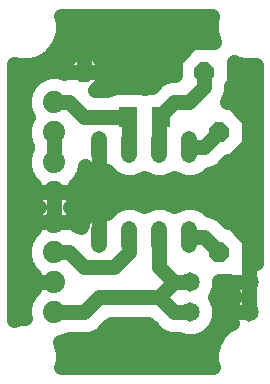
<source format=gbl>
G75*
%MOIN*%
%OFA0B0*%
%FSLAX24Y24*%
%IPPOS*%
%LPD*%
%AMOC8*
5,1,8,0,0,1.08239X$1,22.5*
%
%ADD10C,0.0520*%
%ADD11OC8,0.0660*%
%ADD12C,0.0650*%
%ADD13C,0.0740*%
%ADD14R,0.0630X0.0709*%
%ADD15C,0.0500*%
D10*
X003850Y005090D02*
X003850Y005610D01*
X004850Y005610D02*
X004850Y005090D01*
X005850Y005090D02*
X005850Y005610D01*
X006850Y005610D02*
X006850Y005090D01*
X006850Y008090D02*
X006850Y008610D01*
X005850Y008610D02*
X005850Y008090D01*
X004850Y008090D02*
X004850Y008610D01*
X003850Y008610D02*
X003850Y008090D01*
D11*
X003350Y010850D03*
X007350Y010850D03*
X007850Y008850D03*
X007850Y004850D03*
D12*
X006866Y003850D03*
X006866Y002850D03*
X008834Y002850D03*
X008834Y003850D03*
D13*
X002350Y003850D03*
X002350Y004850D03*
X002350Y005850D03*
X002350Y006850D03*
X002350Y007850D03*
X002350Y008850D03*
X002350Y009850D03*
X002350Y002850D03*
D14*
X004799Y009350D03*
X005901Y009350D03*
D15*
X001000Y011119D02*
X001000Y002581D01*
X001181Y002630D01*
X001353Y002630D01*
X001330Y002716D01*
X001330Y002984D01*
X001400Y003244D01*
X001534Y003476D01*
X001669Y003612D01*
X001667Y003618D01*
X001642Y003709D01*
X001630Y003803D01*
X001630Y003850D01*
X002141Y003850D01*
X001630Y003850D01*
X001630Y003897D01*
X001642Y003991D01*
X001667Y004082D01*
X001669Y004088D01*
X001534Y004224D01*
X001400Y004456D01*
X001330Y004716D01*
X001330Y004984D01*
X001400Y005244D01*
X001534Y005476D01*
X001669Y005612D01*
X001667Y005618D01*
X001642Y005709D01*
X001630Y005803D01*
X001630Y005850D01*
X002141Y005850D01*
X001630Y005850D01*
X001630Y005897D01*
X001642Y005991D01*
X001667Y006082D01*
X001703Y006169D01*
X001750Y006251D01*
X001808Y006326D01*
X001832Y006350D01*
X001808Y006374D01*
X001750Y006449D01*
X001703Y006531D01*
X001667Y006618D01*
X001642Y006709D01*
X001630Y006803D01*
X001630Y006850D01*
X002141Y006850D01*
X002141Y006850D01*
X001630Y006850D01*
X001630Y006897D01*
X001642Y006991D01*
X001667Y007082D01*
X001669Y007088D01*
X001534Y007224D01*
X001400Y007456D01*
X001330Y007716D01*
X001330Y007984D01*
X001400Y008244D01*
X001450Y008331D01*
X001450Y008369D01*
X001400Y008456D01*
X001330Y008716D01*
X001330Y008984D01*
X001400Y009244D01*
X001461Y009350D01*
X001400Y009456D01*
X001330Y009716D01*
X001330Y009984D01*
X001400Y010244D01*
X001534Y010476D01*
X001724Y010666D01*
X001956Y010800D01*
X002216Y010870D01*
X002484Y010870D01*
X002670Y010820D01*
X002670Y010850D01*
X003350Y010850D01*
X003350Y010850D01*
X003350Y011530D01*
X003632Y011530D01*
X004030Y011132D01*
X004030Y010850D01*
X003350Y010850D01*
X003350Y010850D01*
X003350Y010850D01*
X003350Y011530D01*
X003068Y011530D01*
X002670Y011132D01*
X002670Y010850D01*
X003350Y010850D01*
X004030Y010850D01*
X004030Y010568D01*
X003717Y010256D01*
X003723Y010250D01*
X004110Y010250D01*
X004116Y010255D01*
X004355Y010354D01*
X005243Y010354D01*
X005350Y010310D01*
X005457Y010354D01*
X005582Y010354D01*
X005587Y010360D01*
X005840Y010613D01*
X006171Y010750D01*
X006370Y010750D01*
X006370Y011256D01*
X006944Y011830D01*
X007672Y011830D01*
X007657Y011856D01*
X007570Y012181D01*
X007570Y012519D01*
X007618Y012696D01*
X002582Y012696D01*
X002630Y012519D01*
X002630Y012181D01*
X002543Y011856D01*
X002374Y011564D01*
X002136Y011326D01*
X001844Y011157D01*
X001519Y011070D01*
X001181Y011070D01*
X001000Y011119D01*
X001000Y010811D02*
X001996Y010811D01*
X002108Y011310D02*
X002848Y011310D01*
X002515Y011808D02*
X006922Y011808D01*
X006424Y011310D02*
X003852Y011310D01*
X004030Y010811D02*
X006370Y010811D01*
X006350Y009850D02*
X006850Y009850D01*
X007350Y010350D01*
X007350Y010850D01*
X008250Y010364D02*
X008250Y010171D01*
X008113Y009840D01*
X008103Y009830D01*
X008256Y009830D01*
X008830Y009256D01*
X008830Y008444D01*
X008256Y007870D01*
X008143Y007870D01*
X007860Y007587D01*
X007529Y007450D01*
X007497Y007450D01*
X007365Y007319D01*
X007031Y007180D01*
X006669Y007180D01*
X006350Y007312D01*
X006031Y007180D01*
X005669Y007180D01*
X005350Y007312D01*
X005031Y007180D01*
X004669Y007180D01*
X004335Y007319D01*
X004113Y007540D01*
X004084Y007525D01*
X003993Y007495D01*
X003898Y007480D01*
X003850Y007480D01*
X003850Y008350D01*
X003850Y008350D01*
X003850Y007480D01*
X003802Y007480D01*
X003707Y007495D01*
X003616Y007525D01*
X003530Y007568D01*
X003453Y007625D01*
X003385Y007693D01*
X003369Y007714D01*
X003300Y007456D01*
X003166Y007224D01*
X003031Y007088D01*
X003033Y007082D01*
X003058Y006991D01*
X003070Y006897D01*
X003070Y006850D01*
X002559Y006850D01*
X002559Y006850D01*
X003070Y006850D01*
X003070Y006803D01*
X003058Y006709D01*
X003033Y006618D01*
X002997Y006531D01*
X002950Y006449D01*
X002892Y006374D01*
X002868Y006350D01*
X002892Y006326D01*
X002950Y006251D01*
X002997Y006169D01*
X003033Y006082D01*
X003058Y005991D01*
X003070Y005897D01*
X003070Y005850D01*
X002559Y005850D01*
X002559Y005850D01*
X003070Y005850D01*
X003070Y005803D01*
X003061Y005737D01*
X003241Y005662D01*
X003255Y005753D01*
X003285Y005844D01*
X003328Y005930D01*
X003385Y006007D01*
X003453Y006075D01*
X003530Y006132D01*
X003616Y006175D01*
X003707Y006205D01*
X003802Y006220D01*
X003850Y006220D01*
X003850Y005350D01*
X003850Y005350D01*
X003850Y006220D01*
X003898Y006220D01*
X003993Y006205D01*
X004084Y006175D01*
X004113Y006160D01*
X004335Y006381D01*
X004669Y006520D01*
X005031Y006520D01*
X005350Y006388D01*
X005669Y006520D01*
X006031Y006520D01*
X006350Y006388D01*
X006669Y006520D01*
X007031Y006520D01*
X007365Y006381D01*
X007497Y006250D01*
X007529Y006250D01*
X007860Y006113D01*
X008143Y005830D01*
X008256Y005830D01*
X008830Y005256D01*
X008830Y004525D01*
X008834Y004525D01*
X008834Y003850D01*
X008159Y003850D01*
X008159Y003806D01*
X008171Y003718D01*
X008194Y003633D01*
X008228Y003551D01*
X008272Y003474D01*
X008326Y003404D01*
X008380Y003350D01*
X008326Y003296D01*
X008272Y003226D01*
X008228Y003149D01*
X008194Y003067D01*
X008171Y002982D01*
X008159Y002894D01*
X008159Y002850D01*
X008159Y002806D01*
X008171Y002718D01*
X008194Y002633D01*
X008228Y002551D01*
X008263Y002489D01*
X008064Y002374D01*
X007826Y002136D01*
X007657Y001844D01*
X007570Y001519D01*
X007570Y001181D01*
X007619Y001000D01*
X002581Y001000D01*
X002630Y001181D01*
X002630Y001519D01*
X002543Y001844D01*
X002542Y001845D01*
X002744Y001900D01*
X002831Y001950D01*
X003529Y001950D01*
X003860Y002087D01*
X004113Y002340D01*
X004113Y002340D01*
X004223Y002450D01*
X005477Y002450D01*
X005840Y002087D01*
X006171Y001950D01*
X006491Y001950D01*
X006672Y001875D01*
X007060Y001875D01*
X007418Y002023D01*
X007692Y002298D01*
X007841Y002656D01*
X007841Y003044D01*
X007714Y003350D01*
X007841Y003656D01*
X007841Y003870D01*
X008159Y003870D01*
X008159Y003850D01*
X008834Y003850D01*
X008834Y003850D01*
X008834Y003850D01*
X008834Y002850D01*
X008159Y002850D01*
X008834Y002850D01*
X008834Y002850D01*
X008834Y002850D01*
X008834Y003175D01*
X008834Y003850D01*
X008834Y003850D01*
X008834Y004525D01*
X008878Y004525D01*
X008966Y004513D01*
X009052Y004491D01*
X009070Y004483D01*
X009070Y011084D01*
X009019Y011070D01*
X008681Y011070D01*
X008356Y011157D01*
X008330Y011172D01*
X008330Y010444D01*
X008250Y010364D01*
X008250Y010313D02*
X009070Y010313D01*
X009070Y010811D02*
X008330Y010811D01*
X008272Y009814D02*
X009070Y009814D01*
X009070Y009316D02*
X008770Y009316D01*
X008830Y008817D02*
X009070Y008817D01*
X009070Y008319D02*
X008704Y008319D01*
X009070Y007820D02*
X008093Y007820D01*
X007368Y007322D02*
X009070Y007322D01*
X009070Y006823D02*
X003070Y006823D01*
X002893Y006325D02*
X004278Y006325D01*
X003850Y005826D02*
X003850Y005826D01*
X003279Y005826D02*
X003070Y005826D01*
X002350Y005870D02*
X002350Y006830D01*
X002350Y006830D01*
X002350Y005870D01*
X002350Y005870D01*
X002141Y005850D02*
X002141Y005850D01*
X002350Y006325D02*
X002350Y006325D01*
X002350Y006823D02*
X002350Y006823D01*
X001807Y006325D02*
X001000Y006325D01*
X001000Y006823D02*
X001630Y006823D01*
X001477Y007322D02*
X001000Y007322D01*
X001000Y007820D02*
X001330Y007820D01*
X001443Y008319D02*
X001000Y008319D01*
X001000Y008817D02*
X001330Y008817D01*
X001441Y009316D02*
X001000Y009316D01*
X001000Y009814D02*
X001330Y009814D01*
X001439Y010313D02*
X001000Y010313D01*
X002350Y009850D02*
X002850Y009850D01*
X003350Y009350D01*
X004799Y009350D01*
X004850Y009299D01*
X004850Y008350D01*
X004332Y007322D02*
X003223Y007322D01*
X003850Y007820D02*
X003850Y007820D01*
X003850Y008319D02*
X003850Y008319D01*
X002350Y007850D02*
X002350Y008850D01*
X003774Y010313D02*
X004254Y010313D01*
X003350Y011310D02*
X003350Y011310D01*
X002630Y012307D02*
X007570Y012307D01*
X006350Y009850D02*
X005901Y009401D01*
X005901Y009350D01*
X005850Y009299D01*
X005850Y008350D01*
X006850Y008350D02*
X007350Y008350D01*
X007850Y008850D01*
X007422Y006325D02*
X009070Y006325D01*
X009070Y005826D02*
X008260Y005826D01*
X008758Y005328D02*
X009070Y005328D01*
X009070Y004829D02*
X008830Y004829D01*
X008834Y004331D02*
X008834Y004331D01*
X008834Y003832D02*
X008834Y003832D01*
X008834Y003334D02*
X008834Y003334D01*
X008363Y003334D02*
X007721Y003334D01*
X007841Y003832D02*
X008159Y003832D01*
X008159Y002835D02*
X007841Y002835D01*
X007708Y002337D02*
X008026Y002337D01*
X007656Y001838D02*
X002544Y001838D01*
X002630Y001340D02*
X007570Y001340D01*
X006866Y002850D02*
X006350Y002850D01*
X005850Y003350D01*
X003850Y003350D01*
X003350Y002850D01*
X002350Y002850D01*
X002141Y003850D02*
X002141Y003850D01*
X002141Y003850D01*
X001630Y003832D02*
X001000Y003832D01*
X001000Y003334D02*
X001451Y003334D01*
X001330Y002835D02*
X001000Y002835D01*
X001000Y004331D02*
X001472Y004331D01*
X001330Y004829D02*
X001000Y004829D01*
X001000Y005328D02*
X001448Y005328D01*
X001630Y005826D02*
X001000Y005826D01*
X002350Y004850D02*
X002850Y004850D01*
X003350Y004350D01*
X004350Y004350D01*
X004850Y004850D01*
X004850Y005350D01*
X005850Y005350D02*
X005850Y004350D01*
X006350Y003850D01*
X005850Y003350D01*
X006350Y003850D02*
X006866Y003850D01*
X007850Y004850D02*
X007350Y005350D01*
X006850Y005350D01*
X005591Y002337D02*
X004109Y002337D01*
X005344Y010313D02*
X005356Y010313D01*
M02*

</source>
